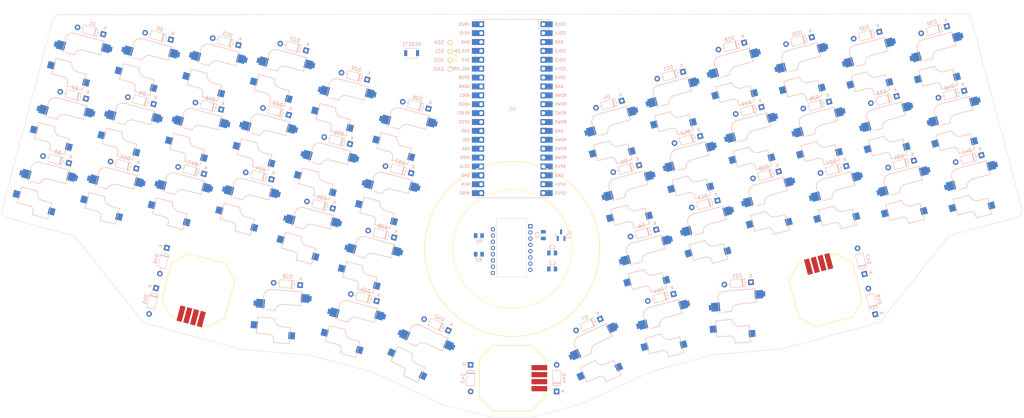
<source format=kicad_pcb>
(kicad_pcb (version 20211014) (generator pcbnew)
  (layers (0 "F.Cu" signal) (31 "B.Cu" signal) (34 "B.Paste" user) (35 "F.Paste" user) (36 "B.SilkS" user "B.Silkscreen") (37 "F.SilkS" user "F.Silkscreen") (38 "B.Mask" user) (39 "F.Mask" user) (44 "Edge.Cuts" user))
  (net 0 "")
  (net 1 "GND")
  (net 2 "Net-(C1-Pad2)")
  (net 3 "VDD_3.3V")
  (net 4 "VDD_2V")
  (net 5 "row0")
  (net 6 "Net-(D1-Pad2)")
  (net 7 "row1")
  (net 8 "Net-(D2-Pad2)")
  (net 9 "row2")
  (net 10 "Net-(D3-Pad2)")
  (net 11 "row3")
  (net 12 "Net-(D4-Pad2)")
  (net 13 "row4")
  (net 14 "Net-(D5-Pad2)")
  (net 15 "row5")
  (net 16 "Net-(D6-Pad2)")
  (net 17 "row6")
  (net 18 "Net-(D7-Pad2)")
  (net 19 "Net-(D8-Pad2)")
  (net 20 "Net-(D9-Pad2)")
  (net 21 "Net-(D10-Pad2)")
  (net 22 "Net-(D11-Pad2)")
  (net 23 "Net-(D12-Pad2)")
  (net 24 "Net-(D13-Pad2)")
  (net 25 "Net-(D14-Pad2)")
  (net 26 "Net-(D15-Pad2)")
  (net 27 "Net-(D16-Pad2)")
  (net 28 "Net-(D17-Pad2)")
  (net 29 "Net-(D18-Pad2)")
  (net 30 "Net-(D19-Pad2)")
  (net 31 "Net-(D20-Pad2)")
  (net 32 "Net-(D21-Pad2)")
  (net 33 "Net-(D22-Pad2)")
  (net 34 "Net-(D23-Pad2)")
  (net 35 "Net-(D24-Pad2)")
  (net 36 "Net-(D25-Pad2)")
  (net 37 "Net-(D26-Pad2)")
  (net 38 "Net-(D27-Pad2)")
  (net 39 "Net-(D28-Pad2)")
  (net 40 "Net-(D29-Pad2)")
  (net 41 "Net-(D30-Pad2)")
  (net 42 "Net-(D31-Pad2)")
  (net 43 "Net-(D32-Pad2)")
  (net 44 "Net-(D33-Pad2)")
  (net 45 "Net-(D34-Pad2)")
  (net 46 "Net-(D35-Pad2)")
  (net 47 "Net-(D36-Pad2)")
  (net 48 "Net-(D37-Pad2)")
  (net 49 "Net-(D38-Pad2)")
  (net 50 "Net-(D39-Pad2)")
  (net 51 "Net-(D40-Pad2)")
  (net 52 "Net-(D41-Pad2)")
  (net 53 "Net-(D42-Pad2)")
  (net 54 "SDA")
  (net 55 "SDL")
  (net 56 "Net-(R1-Pad2)")
  (net 57 "MISO")
  (net 58 "reset")
  (net 59 "col0")
  (net 60 "col1")
  (net 61 "col2")
  (net 62 "col3")
  (net 63 "col4")
  (net 64 "col5")
  (net 65 "Net-(D43-Pad2)")
  (net 66 "Net-(D44-Pad2)")
  (net 67 "Net-(D45-Pad2)")
  (net 68 "NCS")
  (net 69 "SCLK")
  (net 70 "MOSI")
  (net 72 "XIN")
  (net 73 "YIN")
  (net 75 "ADC_VREF")
  (net 86 "Net-(D46-Pad2)")
  (net 87 "Net-(D47-Pad2)")
  (net 88 "Net-(D48-Pad2)")
  (net 89 "joy0")
  (net 90 "joy1")
  (net 91 "joy2")
  (net 92 "GNDA")
  (footprint "unibody-split:MX_Choc_Hotswap" (layer "F.Cu") (at 279.692102 169.181038 5)
    (fp_text reference "SW21" hide)
    (fp_text value "SW_Push" hide)
  )
  (footprint "unibody-split:MX_Choc_Hotswap" (layer "F.Cu") (at 139.592678 138.147173 -15)
    (fp_text reference "SW24" hide)
    (fp_text value "SW_Push" hide)
  )
  (footprint "unibody-split:MX_Choc_Hotswap" (layer "F.Cu") (at 162.018205 128.057525 -15)
    (fp_text reference "SW30" hide)
    (fp_text value "SW_Push" hide)
  )
  (footprint "unibody-split:MX_Choc_Hotswap" (layer "F.Cu") (at 188.957164 180.356926 -25)
    (fp_text reference "SW42" hide)
    (fp_text value "SW_Push" hide)
  )
  (footprint "unibody-split:MX_Choc_Hotswap" (layer "F.Cu") (at 249.331204 136.13963 15)
    (fp_text reference "SW5" hide)
    (fp_text value "SW_Push" hide)
  )
  (footprint "unibody-split:MX_Choc_Hotswap" (layer "F.Cu") (at 271.756732 146.22927 15)
    (fp_text reference "SW13" hide)
    (fp_text value "SW_Push" hide)
  )
  (footprint "unibody-split:MX_Choc_Hotswap" (layer "F.Cu") (at 100.979163 135.04765 -15)
    (fp_text reference "SW10" hide)
    (fp_text value "SW_Push" hide)
  )
  (footprint "unibody-split:MX_Choc_Hotswap" (layer "F.Cu") (at 110.840171 98.245874 -15)
    (fp_text reference "SW8" hide)
    (fp_text value "SW_Push" hide)
  )
  (footprint "unibody-split:MX_Choc_Hotswap" (layer "F.Cu") (at 174.582725 154.769655 -15)
    (fp_text reference "SW38" hide)
    (fp_text value "SW_Push" hide)
  )
  (footprint "unibody-split:MX_Choc_Hotswap" (layer "F.Cu") (at 327.865254 134.818507 15)
    (fp_text reference "SW34" hide)
    (fp_text value "SW_Push" hide)
  )
  (footprint "unibody-split:MX_Choc_Hotswap" (layer "F.Cu") (at 318.004245 98.016733 15)
    (fp_text reference "SW32" hide)
    (fp_text value "SW_Push" hide)
  )
  (footprint "unibody-split:MX_Choc_Hotswap" (layer "F.Cu") (at 86.602924 115.096999 -15)
    (fp_text reference "SW2" hide)
    (fp_text value "SW_Push" hide)
  )
  (footprint "unibody-split:MX_Choc_Hotswap" (layer "F.Cu") (at 347.172007 133.26874 15)
    (fp_text reference "SW41" hide)
    (fp_text value "SW_Push" hide)
  )
  (footprint "unibody-split:MX_Choc_Hotswap" (layer "F.Cu") (at 279.390742 101.116256 15)
    (fp_text reference "SW18" hide)
    (fp_text value "SW_Push" hide)
  )
  (footprint "unibody-split:MX_Choc_Hotswap" (layer "F.Cu") (at 169.673175 173.092319 -15)
    (fp_text reference "SW35" hide)
    (fp_text value "SW_Push" hide)
  )
  (footprint "unibody-split:MX_Choc_Hotswap" (layer "F.Cu") (at 298.697495 99.566496 15)
    (fp_text reference "SW25" hide)
    (fp_text value "SW_Push" hide)
  )
  (footprint "unibody-split:MX_Choc_Hotswap" (layer "F.Cu") (at 322.934746 116.417606 15)
    (fp_text reference "SW33" hide)
    (fp_text value "SW_Push" hide)
  )
  (footprint "unibody-split:MX_Choc_Hotswap" (layer "F.Cu") (at 342.24151 114.867856 15)
    (fp_text reference "SW40" hide)
    (fp_text value "SW_Push" hide)
  )
  (footprint "unibody-split:MX_Choc_Hotswap" (layer "F.Cu") (at 149.453677 101.345393 -15)
    (fp_text reference "SW22" hide)
    (fp_text value "SW_Push" hide)
  )
  (footprint "unibody-split:MX_Choc_Hotswap" (layer "F.Cu") (at 130.146931 99.795633 -15)
    (fp_text reference "SW15" hide)
    (fp_text value "SW_Push" hide)
  )
  (footprint "unibody-split:MX_Choc_Hotswap" (layer "F.Cu") (at 179.513221 136.36877 -15)
    (fp_text reference "SW37" hide)
    (fp_text value "SW_Push" hide)
  )
  (footprint "unibody-split:MX_Choc_Hotswap" (layer "F.Cu") (at 284.321247 119.517142 15)
    (fp_text reference "SW19" hide)
    (fp_text value "SW_Push" hide)
  )
  (footprint "unibody-split:MX_Choc_Hotswap" (layer "F.Cu") (at 259.192211 172.941399 15)
    (fp_text reference "SW14" hide)
    (fp_text value "SW_Push" hide)
  )
  (footprint "kbd:OLED_v2" (layer "F.Cu") (at 196.766248 95.483392 -90)
    (fp_text reference "OL1")
    (fp_text value "OLED" hide)
  )
  (footprint "unibody-split:MX_Choc_Hotswap" (layer "F.Cu") (at 125.216432 118.196521 -15)
    (fp_text reference "SW16" hide)
    (fp_text value "SW_Push" hide)
  )
  (footprint "unibody-split:MX_Choc_Hotswap" (layer "F.Cu") (at 261.895728 109.4275 15)
    (fp_text reference "SW11" hide)
    (fp_text value "SW_Push" hide)
  )
  (footprint "unibody-split:MX_Choc_Hotswap" (layer "F.Cu") (at 120.285923 136.597404 -15)
    (fp_text reference "SW17" hide)
    (fp_text value "SW_Push" hide)
  )
  (footprint "unibody-split:MX_Choc_Hotswap" (layer "F.Cu") (at 81.672417 133.49789 -15)
    (fp_text reference "SW3" hide)
    (fp_text value "SW_Push" hide)
  )
  (footprint "HackPack_Footprints:JOYSTICK-PSP1000" (layer "F.Cu") (at 214.471248 187.566095 -90)
    (fp_text reference "U3")
    (fp_text value "HackPackv4-rescue:PSP_1000_JSTK" hide)
  )
  (footprint "unibody-split:MX_Choc_Hotswap" (layer "F.Cu") (at 244.400704 117.738742 15)
    (fp_text reference "SW4" hide)
    (fp_text value "SW_Push" hide)
  )
  (footprint "unibody-split:MX_Choc_Hotswap" (layer "F.Cu") (at 303.627999 117.967373 15)
    (fp_text reference "SW26" hide)
    (fp_text value "SW_Push" hide)
  )
  (footprint "unibody-split:MX_Choc_Hotswap" (layer "F.Cu") (at 184.443731 117.967882 -15)
    (fp_text reference "SW36" hide)
    (fp_text value "SW_Push" hide)
  )
  (footprint "unibody-split:MX_Choc_Hotswap" (layer "F.Cu") (at 149.173285 169.331964 -5)
    (fp_text reference "SW28" hide)
    (fp_text value "SW_Push" hide)
  )
  (footprint "unibody-split:MX_Choc_Hotswap" (layer "F.Cu") (at 166.948701 109.656644 -15)
    (fp_text reference "SW29" hide)
    (fp_text value "SW_Push" hide)
  )
  (footprint "unibody-split:MX_Choc_Hotswap" (layer "F.Cu") (at 105.90967 116.646763 -15)
    (fp_text reference "SW9" hide)
    (fp_text value "SW_Push" hide)
  )
  (footprint "unibody-split:MX_Choc_Hotswap" (layer "F.Cu") (at 144.523189 119.746286 -15)
    (fp_text reference "SW23" hide)
    (fp_text value "SW_Push" hide)
  )
  (footprint "unibody-split:MX_Choc_Hotswap" (layer "F.Cu") (at 157.087701 146.458412 -15)
    (fp_text reference "SW31" hide)
    (fp_text value "SW_Push" hide)
  )
  (footprint "unibody-split:MX_Choc_Hotswap" (layer "F.Cu") (at 289.25175 137.918025 15)
    (fp_text reference "SW20" hide)
    (fp_text value "SW_Push" hide)
  )
  (footprint "unibody-split:MX_Choc_Hotswap" (layer "F.Cu") (at 91.533419 96.696113 -15)
    (fp_text reference "SW1" hide)
    (fp_text value "SW_Push" hide)
  )
  (footprint "HackPack_Footprints:JOYSTICK-PSP1000" (layer "F.Cu") (at 124.751214 162.433448 165)
    (fp_text reference "U4")
    (fp_text value "HackPackv4-rescue:PSP_1000_JSTK" hide)
  )
  (footprint "unibody-split:MX_Choc_Hotswap" (layer "F.Cu") (at 308.558497 136.368264 15)
    (fp_text reference "SW27" hide)
    (fp_text value "SW_Push" hide)
  )
  (footprint "HackPack_Footprints:JOYSTICK-PSP1000" (layer "F.Cu") (at 304.036311 162.426608 15)
    (fp_text reference "U5")
    (fp_text value "HackPackv4-rescue:PSP_1000_JSTK" hide)
  )
  (footprint "unibody-split:MX_Choc_Hotswap" (layer "F.Cu") (at 254.261707 154.540509 15)
    (fp_text reference "SW6" hide)
    (fp_text value "SW_Push" hide)
  )
  (footprint "unibody-split:MX_Choc_Hotswap" (layer "F.Cu") (at 266.82622 127.828389 15)
    (fp_text reference "SW12" hide)
    (fp_text value "SW_Push" hide)
  )
  (footprint "unibody-split:MX_Choc_Hotswap" (layer "F.Cu") (at 239.908227 180.206005 25)
    (fp_text reference "SW7" hide)
    (fp_text value "SW_Push" hide)
  )
  (footprint "unibody-split:MX_Choc_Hotswap" (layer "F.Cu") (at 337.310995 96.466964 15)
    (fp_text reference "SW39" hide)
    (fp_text value "SW_Push" hide)
  )
  (footprint "Diode_THT:D_DO-35_SOD27_P7.62mm_Horizontal" (layer "B.Cu") (at 282.683883 160.154693 -175)
    (fp_text reference "D21")
    (fp_text value "1N4148")
  )
  (footprint "Diode_THT:D_DO-35_SOD27_P7.62mm_Horizontal" (layer "B.Cu") (at 318.206908 169.309775 105)
    (fp_text reference "D48")
    (fp_text value "1N4148")
  )
  (footprint "Diode_THT:D_DO-35_SOD27_P7.62mm_Horizontal" (layer "B.Cu") (at 305.006912 108.558639 -165)
    (fp_text reference "D26")
    (fp_text value "1N4148")
  )
  (footprint "Diode_THT:D_DO-35_SOD27_P7.62mm_Horizontal" (layer "B.Cu") (at 285.70015 110.108406 -165)
    (fp_text reference "D19")
    (fp_text value "1N4148")
  )
  (footprint "Diode_THT:D_DO-35_SOD27_P7.62mm_Horizontal" (layer "B.Cu") (at 255.640614 145.131779 -165)
    (fp_text reference "D6")
    (fp_text value "1N4148")
  )
  (footprint "local:DIP-16_W10.16mm" (layer "B.Cu") (at 218.5625 142.634839 180)
    (fp_text reference "U2" hide)
    (fp_text value "PMW3360DM-T2QU")
  )
  (footprint "Diode_THT:D_DO-35_SOD27_P7.62mm_Horizontal" (layer "B.Cu") (at 300.076411 90.157756 -165)
    (fp_text reference "D25")
    (fp_text value "1N4148")
  )
  (footprint "Diode_THT:D_DO-35_SOD27_P7.62mm_Horizontal" (layer "B.Cu") (at 116.944492 90.842259 165)
    (fp_text reference "D8")
    (fp_text value "1N4148")
  )
  (footprint "Diode_THT:D_DO-35_SOD27_P7.62mm_Horizontal" (layer "B.Cu") (at 315.125343 157.80922 105)
    (fp_text reference "D47")
    (fp_text value "1N4148")
  )
  (footprint "Diode_THT:D_DO-35_SOD27_P7.62mm_Horizontal" (layer "B.Cu") (at 280.769647 91.707522 -165)
    (fp_text reference "D18")
    (fp_text value "1N4148")
  )
  (footprint "Diode_THT:D_DO-35_SOD27_P7.62mm_Horizontal" (layer "B.Cu") (at 319.383159 88.608003 -165)
    (fp_text reference "D32")
    (fp_text value "1N4148")
  )
  (footprint "Diode_THT:D_DO-35_SOD27_P7.62mm_Horizontal" (layer "B.Cu") (at 131.320731 110.792913 165)
    (fp_text reference "D16")
    (fp_text value "1N4148")
  )
  (footprint "Diode_THT:D_DO-35_SOD27_P7.62mm_Horizontal" (layer "B.Cu") (at 163.192006 139.054806 165)
    (fp_text reference "D31")
    (fp_text value "1N4148")
  )
  (footprint "Diode_THT:D_DO-35_SOD27_P7.62mm_Horizontal" (layer "B.Cu") (at 196.221736 173.930457 155)
    (fp_text reference "D42")
    (fp_text value "1N4148")
  )
  (footprint "Diode_THT:D_DO-35_SOD27_P7.62mm_Horizontal" (layer "B.Cu") (at 338.689918 87.058233 -165)
    (fp_text reference "D39")
    (fp_text value "1N4148")
  )
  (footprint "Button_Switch_SMD:SW_SPST_B3U-1000P" (layer "B.Cu") (at 185.737497 94.689646 180)
    (fp_text reference "RESET1")
    (fp_text value "SW_PUSH")
  )
  (footprint "Diode_THT:D_DO-35_SOD27_P7.62mm_Horizontal" (layer "B.Cu") (at 136.251245 92.392027 165)
    (fp_text reference "D15")
    (fp_text value "1N4148")
  )
  (footprint "Diode_THT:D_DO-35_SOD27_P7.62mm_Horizontal" (layer "B.Cu") (at 309.937413 126.959527 -165)
    (fp_text reference "D27")
    (fp_text value "1N4148")
  )
  (footprint "Diode_THT:D_DO-35_SOD27_P7.62mm_Horizontal" (layer "B.Cu") (at 180.68703 147.366051 165)
    (fp_text reference "D38")
    (fp_text value "1N4148")
  )
  (footprint "Diode_THT:D_DO-35_SOD27_P7.62mm_Horizontal" (layer "B.Cu") (at 343.620422 105.459115 -165)
    (fp_text reference "D40")
    (fp_text value "1N4148")
  )
  (footprint "Diode_THT:D_DO-35_SOD27_P7.62mm_Horizontal" (layer "B.Cu") (at 260.57113 163.532665 -165)
    (fp_text reference "D14")
    (fp_text value "1N4148")
  )
  (footprint "Diode_THT:D_DO-35_SOD27_P7.62mm_Horizontal" (layer "B.Cu") (at 97.637739 89.292505 165)
    (fp_text reference "D1")
    (fp_text value "1N4148")
  )
  (footprint "Diode_THT:D_DO-35_SOD27_P7.62mm_Horizontal" (layer "B.Cu") (at 112.698538 161.84711 -105)
    (fp_text reference "D45")
    (fp_text value "1N4148")
  )
  (footprint "Diode_THT:D_DO-35_SOD27_P7.62mm_Horizontal" (layer "B.Cu") (at 107.083491 127.644041 165)
    (fp_text reference "D10")
    (fp_text value "1N4148")
  )
  (footprint "Diode_THT:D_DO-35_SOD27_P7.62mm_Horizontal" (layer "B.Cu") (at 348.550923 123.860004 -165)
    (fp_text reference "D41")
    (fp_text value "1N4148")
  )
  (footprint "Diode_THT:D_DO-35_SOD27_P7.62mm_Horizontal" (layer "B.Cu") (at 155.557993 93.941796 165)
    (fp_text reference "D22")
    (fp_text value "1N4148")
  )
  (footprint "Diode_THT:D_DO-35_SOD27_P7.62mm_Horizontal" (layer "B.Cu") (at 329.244163 125.409769 -165)
    (fp_text reference "D34")
    (fp_text value "1N4148")
  )
  (footprint "Capacitor_SMD:C_0805_2012Metric" (layer "B.Cu") (at 225.901246 151.783836 180)
    (fp_text reference "C3")
    (fp_text value "10uF")
  )
  (footprint "Diode_THT:D_DO-35_SOD27_P7.62mm_Horizontal" (layer "B.Cu") (at 87.776732 126.094276 165)
    (fp_text reference "D3")
    (fp_text value "1N4148")
  )
  (footprint "Diode_THT:D_DO-35_SOD27_P7.62mm_Horizontal" (layer "B.Cu") (at 268.205134 118.419646 -165)
    (fp_text reference "D12")
    (fp_text value "1N4148")
  )
  (footprint "Diode_THT:D_DO-35_SOD27_P7.62mm_Horizontal" (layer "B.Cu") (at 190.548034 110.564271 165)
    (fp_text reference "D36")
    (fp_text value "1N4148")
  )
  (footprint "Diode_THT:D_DO-35_SOD27_P7.62mm_Horizontal" (layer "B.Cu") (at 168.122509 120.653915 165)
    (fp_text reference "D30")
    (fp_text value "1N4148")
  )
  (footprint "Diode_THT:D_DO-35_SOD27_P7.62mm_Horizontal" (layer "B.Cu") (at 112.013986 109.243151 165)
    (fp_text reference "D9")
    (fp_text value "1N4148")
  )
  (footprint "Diode_THT:D_DO-35_SOD27_P7.62mm_Horizontal" (layer "B.Cu") (at 227.171245 191.376087 90)
    (fp_text reference "D44")
    (fp_text value "1N4148")
  )
  (footprint "Diode_THT:D_DO-35_SOD27_P7.62mm_Horizontal" (layer "B.Cu") (at 145.696997 130.74356 165)
    (fp_text reference "D24")
    (fp_text value "1N4148")
  )
  (footprint "Diode_THT:D_DO-35_SOD27_P7.62mm_Horizontal" (layer "B.Cu") (at 150.627494 112.342671 165)
    (fp_text reference "D23")
    (fp_text value "1N4148")
  )
  (footprint "Diode_THT:D_DO-35_SOD27_P7.62mm_Horizontal" (layer "B.Cu") (at 173.053017 102.253026 165)
    (fp_text reference "D29")
    (fp_text value "1N4148")
  )
  (footprint "Diode_THT:D_DO-35_SOD27_P7.62mm_Horizontal" (layer "B.Cu") (at 239.63238 170.700757 -155)
    (fp_text reference "D7")
    (fp_text value "1N4148")
  )
  (footprint "Diode_THT:D_DO-35_SOD27_P7.62mm_Horizontal" (layer "B.Cu") (at 175.728807 165.506648 165)
    (fp_text reference "D35")
    (fp_text value "1N4148")
  )
  (footprint "Package_TO_SOT_SMD:SOT-23" (layer "B.Cu") (at 228.441245 146.70384 90)
    (fp_text reference "IC1")
    (fp_text value "AP130-20")
  )
  (footprint "Resistor_SMD:R_0805_2012Metric" (layer "B.Cu") (at 204.946247 146.830837)
    (fp_text reference "R1")
    (fp_text value "39")
  )
  (footprint "Diode_THT:D_DO-35_SOD27_P7.62mm_Horizontal" (layer "B.Cu") (at 324.313661 107.00888 -165)
    (fp_text reference "D33")
    (fp_text value "1N4148")
  )
  (footprint "Diode_THT:D_DO-35_SOD27_P7.62mm_Horizontal" (layer "B.Cu") (at 202.589997 183.756084 -90)
    (fp_text reference "D43")
    (fp_text value "1N4148")
  )
  (footprint "Diode_THT:D_DO-35_SOD27_P7.62mm_Horizontal" (layer "B.Cu") (at 153.899234 160.98083 175)
    (fp_text reference "D28")
    (fp_text value "1N4148")
  )
  (footprint "Resistor_SMD:R_0805_2012Metric" (layer "B.Cu") (at 204.946248 152.164839)
    (fp_text reference "R2")
    (fp_text value "10k")
  )
  (footprint "Diode_THT:D_DO-35_SOD27_P7.62mm_Horizontal" (layer "B.Cu") (at 92.707236 107.693388 165)
    (fp_text reference "D2")
    (fp_text value "1N4148")
  )
  (footprint "Diode_THT:D_DO-35_SOD27_P7.62mm_Horizontal" (layer "B.Cu") (at 126.390237 129.193799 165)
    (fp_text reference "D17")
    (fp_text value "1N4148")
  )
  (footprint "Diode_THT:D_DO-35_SOD27_P7.62mm_Horizontal" (layer "B.Cu") (at 263.274628 100.018762 -165)
    (fp_text reference "D11")
    (fp_text value "1N4148")
  )
  (footprint "Diode_THT:D_DO-35_SOD27_P7.62mm_Horizontal" (layer "B.Cu") (at 245.779615 108.330001 -165)
    (fp_text reference "D4")
    (fp_text value "1N4148")
  )
  (footprint "Capacitor_SMD:C_0805_2012Metric" (layer "B.Cu") (at 225.901247 156.355841 180)
    (fp_text reference "C2")
    (fp_text value "1uF")
  )
  (footprint "Diode_THT:D_DO-35_SOD27_P7.62mm_Horizontal" (layer "B.Cu") (at 273.135638 136.820534 -165)
    (fp_text reference "D13")
    (fp_text value "1N4148")
  )
  (footprint "Diode_THT:D_DO-35_SOD27_P7.62mm_Horizontal" (layer "B.Cu") (at 250.710128 126.730893 -165)
    (fp_text reference "D5")
    (fp_text value "1N4148")
  )
  (footprint "Capacitor_SMD:C_0805_2012Metric" (layer "B.Cu") (at 223.361248 146.703842 -90)
    (fp_text reference "C1")
    (fp_text value "4.7uF")
  )
  (footprint "RP-Pico Libraries:RPi_Pico_SMD_TH" (layer "B.Cu") (at 214.496238 110.564645 180)
    (fp_text reference "U1")
    (fp_text value "Pico")
  )
  (footprint "Diode_THT:D_DO-35_SOD27_P7.62mm_Horizontal" (layer "B.Cu") (at 185.617535 128.965163 165)
    (fp_text reference "D37")
    (fp_text value "1N4148")
  )
  (footprint "Diode_THT:D_DO-35_SOD27_P7.62mm_Horizontal" (layer "B.Cu") (at 115.780098 150.346556 -105)
    (fp_text reference "D46")
    (fp_text value "1N4148")
  )
  (footprint "Diode_THT:D_DO-35_SOD27_P7.62mm_Horizontal" (layer "B.Cu") (at 290.630659 128.5093 -165)
    (fp_text reference "D20")
    (fp_text value "1N4148")
  )
  (gr_circle (center 214.471249 150.654845) (end 238.619409 144.18436) (layer "F.SilkS") (width 0.2) (fill none))
  (gr_circle (center 214.471249 150.654845) (end 230.891992 146.254919) (layer "F.SilkS") (width 0.15) (fill none))
  (gr_line (start 194.277738 194.975116) (end 208.871248 198.866087) (layer "Edge.Cuts") (width 0.1))
  (gr_line (start 137.25643 179.331395) (end 109.201263 171.798471) (layer "Edge.Cuts") (width 0.1))
  (gr_line (start 156.881461 181.048356) (end 174.650163 185.813935) (layer "Edge.Cuts") (width 0.1))
  (gr_line (start 234.584141 194.81668) (end 219.971246 198.86609) (layer "Edge.Cuts") (width 0.1))
  (gr_line (start 219.971246 198.86609) (end 208.871248 198.866087) (layer "Edge.Cuts") (width 0.1))
  (gr_arc (start 343.157324 83.512413) (mid 344.674966 83.71222) (end 345.606816 84.926624) (layer "Edge.Cuts") (width 0.1))
  (gr_line (start 319.557815 171.622698) (end 339.393835 146.740932) (layer "Edge.Cuts") (width 0.1))
  (gr_line (start 137.25643 179.331395) (end 156.881461 181.048356) (layer "Edge.Cuts") (width 0.1))
  (gr_line (start 70.132071 141.793696) (end 89.450594 146.970074) (layer "Edge.Cuts") (width 0.1))
  (gr_line (start 291.608955 179.180468) (end 319.557815 171.622698) (layer "Edge.Cuts") (width 0.1))
  (gr_line (start 291.608955 179.180468) (end 271.983926 180.897434) (layer "Edge.Cuts") (width 0.1))
  (gr_poly (pts (xy 210.060251 141.893836) (xy 218.560246 141.893837) (xy 218.56025 158.643835) (xy 210.060256 158.643834)) (layer "Edge.Cuts") (width 0.1) (fill none))
  (gr_line (start 83.237614 85.155764) (end 68.717865 139.344204) (layer "Edge.Cuts") (width 0.1))
  (gr_line (start 358.712351 141.564551) (end 339.393835 146.740932) (layer "Edge.Cuts") (width 0.1))
  (gr_line (start 85.687102 83.741554) (end 343.157324 83.512413) (layer "Edge.Cuts") (width 0.1))
  (gr_arc (start 70.132071 141.793696) (mid 68.917677 140.861836) (end 68.717865 139.344204) (layer "Edge.Cuts") (width 0.1))
  (gr_line (start 174.650163 185.813935) (end 194.277738 194.975116) (layer "Edge.Cuts") (width 0.1))
  (gr_arc (start 360.126567 139.115061) (mid 359.926782 140.632698) (end 358.712351 141.564551) (layer "Edge.Cuts") (width 0.1))
  (gr_line (start 271.983926 180.897434) (end 254.215226 185.663013) (layer "Edge.Cuts") (width 0.1))
  (gr_line (start 345.606816 84.926624) (end 360.126567 139.115061) (layer "Edge.Cuts") (width 0.1))
  (gr_line (start 109.201263 171.798471) (end 89.450594 146.970074) (layer "Edge.Cuts") (width 0.1))
  (gr_line (start 254.215226 185.663013) (end 234.584141 194.81668) (layer "Edge.Cuts") (width 0.1))
  (gr_arc (start 83.237614 85.155764) (mid 84.169488 83.941392) (end 85.687102 83.741554) (layer "Edge.Cuts") (width 0.1))
  (gr_text "SDA" (at 195.06525 91.620023) (layer "B.SilkS") (effects (font (size 1 1)) (justify left mirror)))
  (gr_text "SDL" (at 195.065254 94.160019) (layer "B.SilkS") (effects (font (size 1 1)) (justify left mirror)))
  (gr_text "GND" (at 195.065249 99.240018) (layer "B.SilkS") (effects (font (size 1 1)) (justify left mirror)))
  (gr_text "VDD" (at 195.065254 96.700018) (layer "B.SilkS") (effects (font (size 1 1)) (justify left mirror)))
)
</source>
